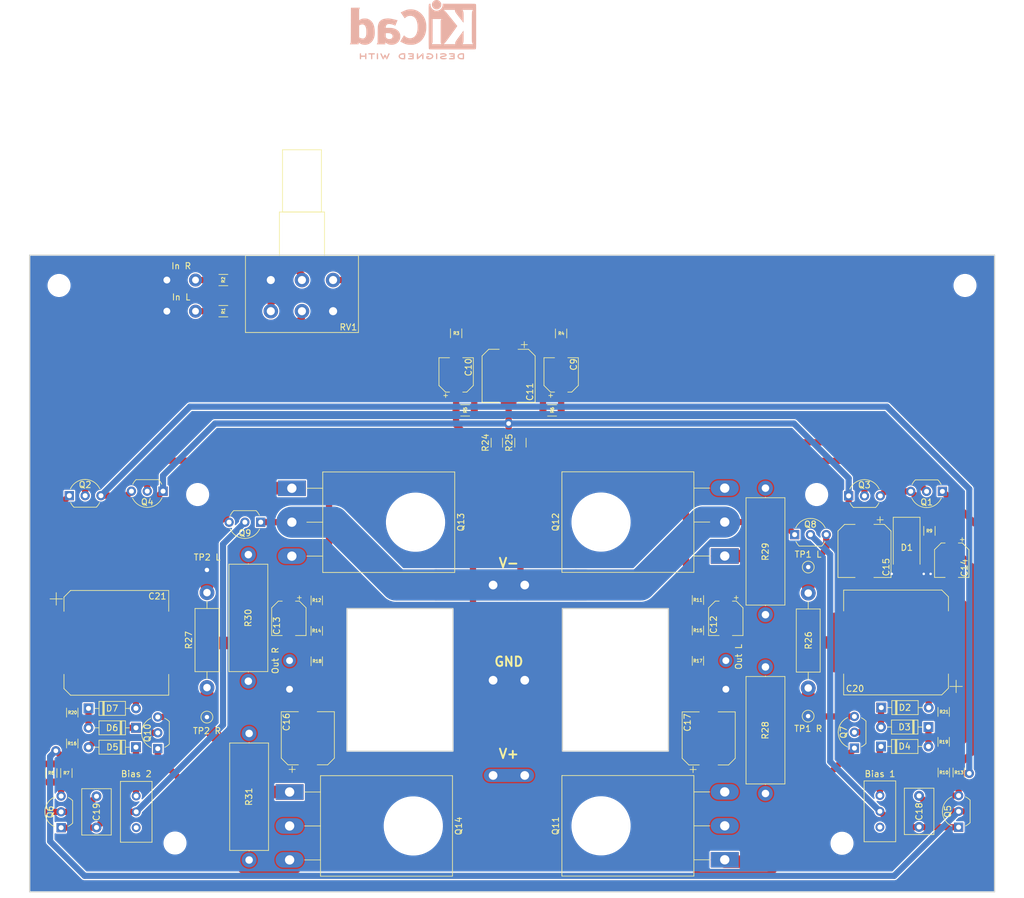
<source format=kicad_pcb>
(kicad_pcb (version 20211014) (generator pcbnew)
  (layers (0 "F.Cu" signal) (31 "B.Cu" signal) (34 "B.Paste" user) (35 "F.Paste" user) (36 "B.SilkS" user "B.Silkscreen") (37 "F.SilkS" user "F.Silkscreen") (38 "B.Mask" user) (39 "F.Mask" user) (44 "Edge.Cuts" user))
  (net 0 "")
  (net 1 "+24V")
  (net 2 "GND")
  (net 3 "-24V")
  (net 4 "Net-(J3-Pad2)")
  (net 5 "Net-(J4-Pad2)")
  (net 6 "Net-(R1-Pad2)")
  (net 7 "Net-(R2-Pad2)")
  (net 8 "Net-(R3-Pad1)")
  (net 9 "In L")
  (net 10 "Net-(R4-Pad1)")
  (net 11 "In R")
  (net 12 "Net-(C9-Pad1)")
  (net 13 "Net-(C10-Pad1)")
  (net 14 "Net-(C11-Pad1)")
  (net 15 "Net-(C11-Pad2)")
  (net 16 "Net-(C12-Pad1)")
  (net 17 "Out L")
  (net 18 "Net-(C13-Pad1)")
  (net 19 "Out R")
  (net 20 "Net-(C14-Pad1)")
  (net 21 "Net-(C16-Pad1)")
  (net 22 "Net-(C17-Pad1)")
  (net 23 "Net-(C18-Pad1)")
  (net 24 "Net-(C18-Pad2)")
  (net 25 "Net-(C19-Pad1)")
  (net 26 "Net-(C19-Pad2)")
  (net 27 "Net-(C20-Pad1)")
  (net 28 "Net-(C21-Pad1)")
  (net 29 "Net-(D2-Pad1)")
  (net 30 "Net-(D2-Pad2)")
  (net 31 "Net-(D3-Pad1)")
  (net 32 "Net-(D4-Pad1)")
  (net 33 "Net-(D5-Pad1)")
  (net 34 "Net-(D5-Pad2)")
  (net 35 "Net-(D6-Pad2)")
  (net 36 "Net-(D7-Pad2)")
  (net 37 "Net-(Q1-Pad3)")
  (net 38 "Net-(Q2-Pad3)")
  (net 39 "Net-(Q3-Pad2)")
  (net 40 "Net-(Q4-Pad2)")
  (net 41 "Net-(Q11-Pad1)")
  (net 42 "Net-(Q12-Pad1)")
  (net 43 "Net-(Q13-Pad1)")
  (net 44 "Net-(Q10-Pad3)")
  (net 45 "Net-(Q11-Pad3)")
  (net 46 "Net-(Q12-Pad3)")
  (net 47 "Net-(Q13-Pad3)")
  (net 48 "Net-(Q14-Pad3)")
  (footprint "Resistor_SMD:R_1206_3216Metric" (layer "F.Cu") (at 276.41 138.320979 90)
    (fp_text reference "R9")
    (fp_text value "15K")
  )
  (footprint "Diode_THT:D_DO-35_SOD27_P7.62mm_Horizontal" (layer "F.Cu") (at 141.38845 166.820261)
    (fp_text reference "D7")
    (fp_text value "1N4149")
  )
  (footprint "Connector_Wire:SolderWire-0.5sqmm_1x02_P4.6mm_D0.9mm_OD2.1mm" (layer "F.Cu") (at 153.969511 98.049511)
    (fp_text reference "In R")
    (fp_text value "In R")
  )
  (footprint "Capacitor_SMD:CP_Elec_8x10" (layer "F.Cu") (at 265.98 141.540979 -90)
    (fp_text reference "C15")
    (fp_text value "220uF/35V")
  )
  (footprint "Resistor_THT:R_Axial_DIN0411_L9.9mm_D3.6mm_P15.24mm_Horizontal" (layer "F.Cu") (at 160.41 163.48 90)
    (fp_text reference "R27")
    (fp_text value "470 3W")
  )
  (footprint "Capacitor_THT:C_Rect_L7.2mm_W4.5mm_P5.00mm_FKS2_FKP2_MKS2_MKP2" (layer "F.Cu") (at 274.75 180.860979 -90)
    (fp_text reference "C18")
    (fp_text value "47pF")
  )
  (footprint "TestPoint:TestPoint_THTPad_D1.5mm_Drill0.7mm" (layer "F.Cu") (at 160.4 168.222917 -90)
    (fp_text reference "TP2 R")
    (fp_text value "TestPoint_THTPad_D1.5mm_Drill0.7mm")
  )
  (footprint "Capacitor_SMD:CP_Elec_5x5.3" (layer "F.Cu") (at 243.71 152.367481 -90)
    (fp_text reference "C12")
    (fp_text value "10uF/35V")
  )
  (footprint "Resistor_SMD:R_1206_3216Metric" (layer "F.Cu") (at 278.69 167.390979 -90)
    (fp_text reference "R21")
    (fp_text value "2.7K")
  )
  (footprint "Custom Library:Spade Conector 6.3mm TE_1217861" (layer "F.Cu") (at 208.89 177.59)
    (fp_text reference "REF**" hide)
    (fp_text value "Spade Conector 6.3mm TE_1217861" hide)
  )
  (footprint "Resistor_THT:R_Axial_DIN0617_L17.0mm_D6.0mm_P20.32mm_Horizontal" (layer "F.Cu") (at 250.08 180.490979 90)
    (fp_text reference "R28")
    (fp_text value "0.47 3W")
  )
  (footprint "Resistor_SMD:R_1206_3216Metric" (layer "F.Cu") (at 200.414394 106.603333 -90)
    (fp_text reference "R3")
    (fp_text value "1K")
  )
  (footprint "Capacitor_SMD:CP_Elec_5x5.3" (layer "F.Cu") (at 279.99 143.030979 -90)
    (fp_text reference "C14")
    (fp_text value "10uF/35V")
  )
  (footprint "Resistor_SMD:R_1206_3216Metric" (layer "F.Cu") (at 239.24 149.425676 -90)
    (fp_text reference "R11")
    (fp_text value "82K")
  )
  (footprint "Capacitor_SMD:CP_Elec_5x5.3" (layer "F.Cu") (at 173.56 152.37 -90)
    (fp_text reference "C13")
    (fp_text value "10uF/35V")
  )
  (footprint "Connector_Wire:SolderWire-0.5sqmm_1x02_P4.6mm_D0.9mm_OD2.1mm" (layer "F.Cu") (at 173.666989 163.75 90)
    (fp_text reference "Out R")
    (fp_text value "Out R")
  )
  (footprint "MountingHole:MountingHole_3.2mm_M3" (layer "F.Cu") (at 158.91163 132.489555)
    (fp_text reference "REF**" hide)
    (fp_text value "MountingHole_3.2mm_M3")
  )
  (footprint "Package_TO_SOT_THT:TO-92_Inline_Wide" (layer "F.Cu") (at 136.992351 185.980261 90)
    (fp_text reference "Q6")
    (fp_text value "BC546")
  )
  (footprint "Potentiometer_THT:Potentiometer_Bourns_3296W_Vertical" (layer "F.Cu") (at 149.045513 180.890261 90)
    (fp_text reference "Bias 2")
    (fp_text value "1508")
  )
  (footprint "Capacitor_SMD:CP_Elec_16x17.5" (layer "F.Cu") (at 271.0475 156.240979 180)
    (fp_text reference "C20")
    (fp_text value "47uF/25v")
  )
  (footprint "Resistor_THT:R_Axial_DIN0617_L17.0mm_D6.0mm_P20.32mm_Horizontal" (layer "F.Cu") (at 167.054501 162.458066 90)
    (fp_text reference "R30")
    (fp_text value "0.47 3W")
  )
  (footprint "Resistor_SMD:R_1206_3216Metric" (layer "F.Cu") (at 178.037095 149.489654 90)
    (fp_text reference "R12")
    (fp_text value "82K")
  )
  (footprint "Capacitor_SMD:CP_Elec_5x5.3" (layer "F.Cu") (at 217.276666 113.283333 90)
    (fp_text reference "C9")
    (fp_text value "10uF/35V")
  )
  (footprint "Package_TO_SOT_THT:TO-247-3_Horizontal_TabDown" (layer "F.Cu") (at 243.542781 191.130979 90)
    (fp_text reference "Q11")
    (fp_text value "TIP35")
  )
  (footprint "Package_TO_SOT_THT:TO-92_Inline_Wide" (layer "F.Cu") (at 153.35862 131.95026 180)
    (fp_text reference "Q4")
    (fp_text value "BC556")
  )
  (footprint "Diode_THT:D_DO-35_SOD27_P7.62mm_Horizontal" (layer "F.Cu") (at 276.25 169.820979 180)
    (fp_text reference "D3")
    (fp_text value "1N4149")
  )
  (footprint "TestPoint:TestPoint_THTPad_D1.5mm_Drill0.7mm" (layer "F.Cu") (at 256.93 168.065516 -90)
    (fp_text reference "TP1 R")
    (fp_text value "TestPoint_THTPad_D1.5mm_Drill0.7mm")
  )
  (footprint "Resistor_SMD:R_1206_3216Metric" (layer "F.Cu") (at 210.740833 124.16 90)
    (fp_text reference "R25")
    (fp_text value "82 3W")
  )
  (footprint "Package_TO_SOT_THT:TO-92_Inline_Wide" (layer "F.Cu") (at 264.3625 173.200979 90)
    (fp_text reference "Q7")
    (fp_text value "BC546")
  )
  (footprint "Diode_THT:D_DO-35_SOD27_P7.62mm_Horizontal" (layer "F.Cu") (at 149.00845 173.060261 180)
    (fp_text reference "D5")
    (fp_text value "1N4149")
  )
  (footprint "Package_TO_SOT_THT:TO-92_Inline_Wide" (layer "F.Cu") (at 254.765381 138.922253)
    (fp_text reference "Q8")
    (fp_text value "BC556")
  )
  (footprint "Potentiometer_THT:Potentiometer_Alps_RK163_Dual_Horizontal" (layer "F.Cu") (at 180.659511 98.049511 90)
    (fp_text reference "RV1")
    (fp_text value "log 10K")
  )
  (footprint "Resistor_SMD:R_1206_3216Metric" (layer "F.Cu") (at 278.715 177.120979 90)
    (fp_text reference "R10")
    (fp_text value "15K")
  )
  (footprint "Resistor_SMD:R_1206_3216Metric" (layer "F.Cu") (at 163.039511 103.049511)
    (fp_text reference "R1")
    (fp_text value "3.3K")
  )
  (footprint "Resistor_SMD:R_1206_3216Metric" (layer "F.Cu") (at 217.266666 106.623333 -90)
    (fp_text reference "R4")
    (fp_text value "1K")
  )
  (footprint "Resistor_SMD:R_1206_3216Metric" (layer "F.Cu") (at 138.77845 167.500261 -90)
    (fp_text reference "R20")
    (fp_text value "2.7K")
  )
  (footprint "Connector_Wire:SolderWire-0.5sqmm_1x02_P4.6mm_D0.9mm_OD2.1mm" (layer "F.Cu") (at 153.969511 103.049511)
    (fp_text reference "In L")
    (fp_text value "In L")
  )
  (footprint "Capacitor_THT:C_Rect_L7.2mm_W4.5mm_P5.00mm_FKS2_FKP2_MKS2_MKP2" (layer "F.Cu") (at 142.673932 180.940261 -90)
    (fp_text reference "C19")
    (fp_text value "47pF")
  )
  (footprint "Diode_THT:D_DO-35_SOD27_P7.62mm_Horizontal" (layer "F.Cu") (at 268.6725 166.700979)
    (fp_text reference "D2")
    (fp_text value "1N4149")
  )
  (footprint "Resistor_SMD:R_1206_3216Metric" (layer "F.Cu") (at 215.816666 118.973333)
    (fp_text reference "R6")
    (fp_text value "56K")
  )
  (footprint "Resistor_THT:R_Axial_DIN0411_L9.9mm_D3.6mm_P15.24mm_Horizontal" (layer "F.Cu") (at 256.95 163.55 90)
    (fp_text reference "R26")
    (fp_text value "470 3W")
  )
  (footprint "Package_TO_SOT_THT:TO-247-3_Horizontal_TabDown" (layer "F.Cu") (at 174.037095 131.479033 -90)
    (fp_text reference "Q13")
    (fp_text value "TIP42")
  )
  (footprint "Capacitor_SMD:CP_Elec_5x5.3" (layer "F.Cu") (at 200.415001 113.283333 90)
    (fp_text reference "C10")
    (fp_text value "10uF/35V")
  )
  (footprint "Diode_THT:D_DO-35_SOD27_P7.62mm_Horizontal" (layer "F.Cu") (at 268.63 172.940979)
    (fp_text reference "D4")
    (fp_text value "1N4149")
  )
  (footprint "Package_TO_SOT_THT:TO-92_Inline_Wide" (layer "F.Cu") (at 138.308721 132.67026)
    (fp_text reference "Q2")
    (fp_text value "BC556")
  )
  (footprint "Resistor_SMD:R_1206_3216Metric" (layer "F.Cu") (at 138.77845 172.460261 90)
    (fp_text reference "R16")
    (fp_text value "2.2K")
  )
  (footprint "Custom Library:Spade Conector 6.3mm TE_1217861" (layer "F.Cu") (at 208.89 147.02)
    (fp_text reference "REF**" hide)
    (fp_text value "Spade Conector 6.3mm TE_1217861" hide)
  )
  (footprint "Resistor_SMD:R_1206_3216Metric" (layer "F.Cu") (at 178.037095 159.260261 -90)
    (fp_text reference "R18")
    (fp_text value "56K")
  )
  (footprint "Resistor_SMD:R_1206_3216Metric" (layer "F.Cu") (at 281.115 177.120979 -90)
    (fp_text reference "R13")
    (fp_text value "1.5K")
  )
  (footprint "Resistor_SMD:R_1206_3216Metric" (layer "F.Cu") (at 135.407095 177.200261 90)
    (fp_text reference "R8")
    (fp_text value "1.5K")
  )
  (footprint "Resistor_THT:R_Axial_DIN0617_L17.0mm_D6.0mm_P20.32mm_Horizontal" (layer "F.Cu") (at 167.177095 191.168066 90)
    (fp_text reference "R31")
    (fp_text value "0.47 3W")
  )
  (footprint "MountingHole:MountingHole_3.2mm_M3" (layer "F.Cu") (at 136.66 98.92)
    (fp_text reference "REF**" hide)
    (fp_text value "MountingHole_3.2mm_M3")
  )
  (footprint "Package_TO_SOT_THT:TO-247-3_Horizontal_TabDown" (layer "F.Cu") (at 173.677095 180.25 -90)
    (fp_text reference "Q14")
    (fp_text value "TIP35")
  )
  (footprint "Potentiometer_THT:Potentiometer_Bourns_3296W_Vertical" (layer "F.Cu") (at 268.455 180.810979 90)
    (fp_text reference "Bias 1")
    (fp_text value "1508")
  )
  (footprint "Resistor_SMD:R_1206_3216Metric" (layer "F.Cu") (at 206.950833 124.16 90)
    (fp_text reference "R24")
    (fp_text value "82 3W")
  )
  (footprint "Custom Library:Spade Conector 6.3mm TE_1217861" (layer "F.Cu") (at 208.89 162.305)
    (fp_text reference "REF**" hide)
    (fp_text value "Spade Conector 6.3mm TE_1217861" hide)
  )
  (footprint "Capacitor_SMD:CP_Elec_16x17.5" (layer "F.Cu") (at 145.858337 156.300261)
    (fp_text reference "C21")
    (fp_text value "47uF/25v")
  )
  (footprint "" (layer "F.Cu") (at 160.4 144.598461 90)
    (fp_text reference "")
    (fp_text value "")
  )
  (footprint "Package_TO_SOT_THT:TO-247-3_Horizontal_TabDown" (layer "F.Cu") (at 243.542781 142.359045 90)
    (fp_text reference "Q12")
    (fp_text value "TIP42")
  )
  (footprint "Connector_Wire:SolderWire-0.5sqmm_1x02_P4.6mm_D0.9mm_OD2.1mm" (layer "F.Cu") (at 243.722781 163.749045 90)
    (fp_text reference "Out L")
    (fp_text value "Out L")
  )
  (footprint "Capacitor_SMD:CP_Elec_8x10" (layer "F.Cu") (at 208.845833 113.425833 -90)
    (fp_text reference "C11")
    (fp_text value "220uF/35V")
  )
  (footprint "Resistor_SMD:R_1206_3216Metric" (layer "F.Cu") (at 239.24 154.310979 -90)
    (fp_text reference "R15")
    (fp_text value "5.6K")
  )
  (footprint "Resistor_SMD:R_1206_3216Metric" (layer "F.Cu") (at 137.837635 177.200261 -90)
    (fp_text reference "R7")
    (fp_text value "1.5K")
  )
  (footprint "Package_TO_SOT_THT:TO-92_Inline_Wide" (layer "F.Cu") (at 281.095 185.900979 90)
    (fp_text reference "Q5")
    (fp_text value "BC546")
  )
  (footprint "Resistor_SMD:R_1206_3216Metric" (layer "F.Cu") (at 178.037095 154.374957 -90)
    (fp_text reference "R14")
    (fp_text value "5.6K")
  )
  (footprint "Package_TO_SOT_THT:TO-92_Inline_Wide" (layer "F.Cu") (at 152.513034 173.286557 90)
    (fp_text reference "Q10")
    (fp_text value "BC546")
  )
  (footprint "Diode_SMD:D_SMA-SMB_Universal_Handsoldering" (layer "F.Cu") (at 272.75 140.990979 -90)
    (fp_text reference "D1")
    (fp_text value "15V")
  )
  (footprint "Capacitor_SMD:CP_Elec_8x10" (layer "F.Cu") (at 240.97 171.640979 90)
    (fp_text reference "C17")
    (fp_text value "100uF/35V")
  )
  (footprint "Diode_THT:D_DO-35_SOD27_P7.62mm_Horizontal" (layer "F.Cu") (at 149.00845 169.940261 180)
    (fp_text reference "D6")
    (fp_text value "1N4149")
  )
  (footprint "TestPoint:TestPoint_THTPad_D1.5mm_Drill0.7mm" (layer "F.Cu") (at 256.95 144.130576 90)
    (fp_text reference "TP1 L")
    (fp_text value "TestPoint_THTPad_D1.5mm_Drill0.7mm")
  )
  (footprint "Resistor_SMD:R_1206_3216Metric" (layer "F.Cu") (at 163.039511 98.049511)
    (fp_text reference "R2")
    (fp_text value "3.3K")
  )
  (footprint "Package_TO_SOT_THT:TO-92_Inline_Wide" (layer "F.Cu") (at 169.04 136.929033 180)
    (fp_text reference "Q9")
    (fp_text value "BC556")
  )
  (footprint "MountingHole:MountingHole_3.2mm_M3" (layer "F.Cu") (at 262.37 188.482985)
    (fp_text reference "REF**" hide)
    (fp_text value "MountingHole_3.2mm_M3")
  )
  (footprint "MountingHole:MountingHole_3.2mm_M3" (layer "F.Cu") (at 282.12 98.92)
    (fp_text reference "REF**" hide)
    (fp_text value "MountingHole_3.2mm_M3")
  )
  (footprint "Resistor_SMD:R_1206_3216Metric" (layer "F.Cu") (at 239.24 159.196283 -90)
    (fp_text reference "R17")
    (fp_text value "56K")
  )
  (footprint "Resistor_SMD:R_1206_3216Metric" (layer "F.Cu") (at 201.864394 118.973333)
    (fp_text reference "R5")
    (fp_text value "56K")
  )
  (footprint "Resistor_SMD:R_1206_3216Metric" (layer "F.Cu") (at 278.69 172.198479 -90)
    (fp_text reference "R19")
    (fp_text value "2.2K")
  )
  (footprint "Capacitor_SMD:CP_Elec_8x10" (layer "F.Cu") (at 176.6 171.62 90)
    (fp_text reference "C16")
    (fp_text value "100uF/35V")
  )
  (footprint "Resistor_THT:R_Axial_DIN0617_L17.0mm_D6.0mm_P20.32mm_Horizontal" (layer "F.Cu") (at 250.08 151.780979 90)
    (fp_text reference "R29")
    (fp_text value "0.47 3W")
  )
  (footprint "Package_TO_SOT_THT:TO-92_Inline_Wide" (layer "F.Cu") (at 263.44 132.700979)
    (fp_text reference "Q3")
    (fp_text value "BC556")
  )
  (footprint "MountingHole:MountingHole_3.2mm_M3" (layer "F.Cu") (at 258.3 132.489555)
    (fp_text reference "REF**" hide)
    (fp_text value "MountingHole_3.2mm_M3")
  )
  (footprint "MountingHole:MountingHole_3.2mm_M3" (layer "F.Cu") (at 155.278401 188.44)
    (fp_text reference "REF**" hide)
    (fp_text value "MountingHole_3.2mm_M3")
  )
  (footprint "Package_TO_SOT_THT:TO-92_Inline_Wide" (layer "F.Cu") (at 278.489899 131.980979 180)
    (fp_text reference "Q1")
    (fp_text value "BC556")
  )
  (footprint "Symbol:KiCad-Logo2_8mm_SilkScreen" (layer "B.Cu") (at 193.499893 57.026424 180)
    (fp_text reference "REF**" hide)
    (fp_text value "KiCad-Logo2_8mm_SilkScreen" hide)
  )
  (gr_rect (start 182.89 150.79) (end 199.91 173.69) (layer "Edge.Cuts") (width 0.2) (fill none))
  (gr_rect (start 217.48 150.79) (end 234.5 173.69) (layer "Edge.Cuts") (width 0.2) (fill none))
  (gr_rect (start 131.946875 196.28) (end 286.866875 94.05) (layer "Edge.Cuts") (width 0.2) (fill none))
  (gr_text "TP2 L" (at 160.44 142.565491) (layer "F.SilkS") (effects (font (size 1 1))))
  (gr_text "V+\n" (at 208.8725 174.11) (layer "F.SilkS") (effects (font (size 1.5 1.5) (thickness 0.3))))
  (gr_text "GND\n" (at 208.8725 159.32) (layer "F.SilkS") (effects (font (size 1.5 1.5) (thickness 0.3))))
  (gr_text "V-\n" (at 208.8725 143.47) (layer "F.SilkS") (effects (font (size 1.5 1.5) (thickness 0.3))))
  (segment (start 231.04 177.46) (end 239.260979 185.680979) (width 5) (layer "F.Cu") (net 1))
  (segment (start 264.3625 173.200979) (end 264.3625 173.3075) (width 1) (layer "F.Cu") (net 1))
  (segment (start 250.65 193.53) (end 239.32 193.53) (width 1) (layer "F.Cu") (net 1))
  (segment (start 260.15 177.52) (end 260.15 184.03) (width 1) (layer "F.Cu") (net 1))
  (segment (start 238.99 185.951958) (end 239.260979 185.680979) (width 1) (layer "F.Cu") (net 1))
  (segment (start 206.950833 125.6225) (end 203.7675 125.6225) (width 1) (layer "F.Cu") (net 1))
  (segment (start 203.7675 125.6225) (end 203.12 126.27) (width 1) (layer "F.Cu") (net 1))
  (segment (start 238.99 193.2) (end 238.99 185.951958) (width 1) (layer "F.Cu") (net 1))
  (segment (start 239.260979 185.680979) (end 243.542781 185.680979) (width 5) (layer "F.Cu") (net 1))
  (segment (start 152.513034 173.286557) (end 152.513034 174.633034) (width 1) (layer "F.Cu") (net 1))
  (segment (start 203.12 177.14) (end 202.8 177.46) (width 1) (layer "F.Cu") (net 1))
  (segment (start 260.15 184.03) (end 250.65 193.53) (width 1) (layer "F.Cu") (net 1))
  (segment (start 203.12 126.27) (end 203.12 177.14) (width 1) (layer "F.Cu") (net 1))
  (segment (start 152.513034 174.633034) (end 163.58 185.7) (width 1) (layer "F.Cu") (net 1))
  (segment (start 206.950833 177.059167) (end 206.55 177.46) (width 1) (layer "F.Cu") (net 1))
  (segment (start 186.83 177.46) (end 202.8 177.46) (width 5) (layer "F.Cu") (net 1))
  (segment (start 202.8 177.46) (end 206.55 177.46) (width 5) (layer "F.Cu") (net 1))
  (segment (start 206.55 177.46) (end 231.04 177.46) (width 5) (layer "F.Cu") (net 1))
  (segment (start 178.59 185.7) (end 186.83 177.46) (width 5) (layer "F.Cu") (net 1))
  (segment (start 239.32 193.53) (end 238.99 193.2) (width 1) (layer "F.Cu") (net 1))
  (segment (start 163.58 185.7) (end 173.677095 185.7) (width 1) (layer "F.Cu") (net 1))
  (segment (start 173.677095 185.7) (end 178.59 185.7) (width 5) (layer "F.Cu") (net 1))
  (segment (start 264.3625 173.3075) (end 260.15 177.52) (width 1) (layer "F.Cu") (net 1))
  (segment (start 240.97 168.390979) (end 240.97 166.501826) (width 2) (layer "F.Cu") (net 2))
  (segment (start 270.359021 145.230979) (end 266.42 145.230979) (width 1) (layer "F.Cu") (net 2))
  (segment (start 276.599021 145.230979) (end 276.44617 145.230979) (width 1) (layer "F.Cu") (net 2))
  (segment (start 276.44617 145.230979) (end 275.49617 145.230979) (width 1) (layer "F.Cu") (net 2))
  (segment (start 275.49617 145.230979) (end 270.359021 145.230979) (width 1) (layer "F.Cu") (net 2))
  (segment (start 240.97 166.501826) (end 243.722781 163.749045) (width 2) (layer "F.Cu") (net 2))
  (segment (start 279.99 145.230979) (end 276.599021 145.230979) (width 1) (layer "F.Cu") (net 2))
  (segment (start 176.6 168.37) (end 176.6 166.683011) (width 2) (layer "F.Cu") (net 2))
  (segment (start 176.6 166.683011) (end 173.666989 163.75) (width 2) (layer "F.Cu") (net 2))
  (via (at 270.359021 145.230979) (size 0.8) (drill 0.4) (layers "F.Cu" "B.Cu") (net 2))
  (via (at 275.49617 145.230979) (size 0.8) (drill 0.4) (layers "F.Cu" "B.Cu") (net 2))
  (via (at 276.599021 145.230979) (size 0.8) (drill 0.4) (layers "F.Cu" "B.Cu") (net 2))
  (segment (start 210.740833 146.340833) (end 211.42 147.02) (width 1) (layer "F.Cu") (net 3))
  (segment (start 210.740833 125.6225) (end 210.740833 146.340833) (width 1) (layer "F.Cu") (net 3))
  (segment (start 169.04 136.929033) (end 174.037095 136.929033) (width 1) (layer "F.Cu") (net 3))
  (segment (start 252.752173 136.909045) (end 254.765381 138.922253) (width 1) (layer "F.Cu") (net 3))
  (segment (start 243.542781 136.909045) (end 252.752173 136.909045) (width 1) (layer "F.Cu") (net 3))
  (segment (start 210.21 147.01) (end 219.64 147.01) (width 5) (layer "B.Cu") (net 3))
  (segment (start 180.720967 136.929033) (end 174.037095 136.929033) (width 5) (layer "B.Cu") (net 3))
  (segment (start 219.64 147.01) (end 221.31 147.01) (width 5) (layer "B.Cu") (net 3))
  (segment (start 229.992804 147.01) (end 240.093759 136.909045) (width 5) (layer "B.Cu") (net 3))
  (segment (start 197.13 147.01) (end 229.992804 147.01) (width 5) (layer "B.Cu") (net 3))
  (segment (start 197.13 147.01) (end 210.21 147.01) (width 5) (layer "B.Cu") (net 3))
  (segment (start 190.801934 147.01) (end 197.13 147.01) (width 5) (layer "B.Cu") (net 3))
  (segment (start 210.910479 147.710479) (end 210.21 147.01) (width 1) (layer "B.Cu") (net 3))
  (segment (start 240.093759 136.909045) (end 243.542781 136.909045) (width 5) (layer "B.Cu") (net 3))
  (segment (start 218.350479 148.299521) (end 219.64 147.01) (width 1) (layer "B.Cu") (net 3))
  (segment (start 180.720967 136.929033) (end 190.801934 147.01) (width 5) (layer "B.Cu") (net 3))
  (segment (start 158.569511 103.049511) (end 161.577011 103.049511) (width 1) (layer "F.Cu") (net 4))
  (segment (start 158.569511 98.049511) (end 161.577011 98.049511) (width 1) (layer "F.Cu") (net 5))
  (segment (start 164.502011 104.462011) (end 164.502011 103.049511) (width 1) (layer "F.Cu") (net 6))
  (segment (start 164.959022 104.919022) (end 164.502011 104.462011) (width 1) (layer "F.Cu") (net 6))
  (segment (start 175.659511 104.089511) (end 174.83 104.919022) (width 1) (layer "F.Cu") (net 6))
  (segment (start 175.659511 103.049511) (end 175.659511 104.089511) (width 1) (layer "F.Cu") (net 6))
  (segment (start 174.83 104.919022) (end 164.959022 104.919022) (width 1) (layer "F.Cu") (net 6))
  (segment (start 165.149022 96.18) (end 164.502011 96.827011) (width 1) (layer "F.Cu") (net 7))
  (segment (start 174.64 96.18) (end 165.149022 96.18) (width 1) (layer "F.Cu") (net 7))
  (segment (start 175.659511 97.199511) (end 174.64 96.18) (width 1) (layer "F.Cu") (net 7))
  (segment (start 175.659511 98.049511) (end 175.659511 97.199511) (width 1) (layer "F.Cu") (net 7))
  (segment (start 164.502011 96.827011) (end 164.502011 98.049511) (width 1) (layer "F.Cu") (net 7))
  (segment (start 197.86 102.62) (end 196.42 101.18) (width 1) (layer "F.Cu") (net 8))
  (segment (start 200.380833 105.140833) (end 197.86 102.62) (width 1) (layer "F.Cu") (net 8))
  (segment (start 200.414394 105.140833) (end 200.380833 105.140833) (width 1) (layer "F.Cu") (net 8))
  (segment (start 195.62 100.38) (end 172.089022 100.38) (width 1) (layer "F.Cu") (net 8))
  (segment (start 170.659511 101.809511) (end 171.289022 101.18) (width 1) (layer "F.Cu") (net 8))
  (segment (start 170.659511 103.049511) (end 170.659511 101.809511) (width 1) (layer "F.Cu") (net 8))
  (segment (start 172.089022 100.38) (end 170.659511 101.809511) (width 1) (layer "F.Cu") (net 8))
  (segment (start 197.86 102.62) (end 195.62 100.38) (width 1) (layer "F.Cu") (net 8))
  (segment (start 200.415001 108.06644) (end 200.414394 108.065833) (width 1) (layer "F.Cu") (net 9))
  (segment (start 200.415001 111.083333) (end 200.415001 108.06644) (width 1) (layer "F.Cu") (net 9))
  (segment (start 187.061437 98.049511) (end 187.080604 98.068678) (width 1) (layer "F.Cu") (net 10))
  (segment (start 187.061437 98.049511) (end 210.200489 98.049511) (width 1) (layer "F.Cu") (net 10))
  (segment (start 180.659511 98.049511) (end 187.061437 98.049511) (width 1) (layer "F.Cu") (net 10))
  (segment (start 217.266666 105.115688) (end 210.200489 98.049511) (width 1) (layer "F.Cu") (net 10))
  (segment (start 217.266666 105.160833) (end 217.266666 105.115688) (width 1) (layer "F.Cu") (net 10))
  (segment (start 217.276666 108.095833) (end 217.266666 108.085833) (width 1) (layer "F.Cu") (net 11))
  (segment (start 217.276666 111.083333) (end 217.276666 108.095833) (width 1) (layer "F.Cu") (net 11))
  (segment (start 211.25 106.56) (end 214.915 110.225) (width 1) (layer "F.Cu") (net 12))
  (segment (start 217.276666 118.970833) (end 217.279166 118.973333) (width 1) (layer "F.Cu") (net 12))
  (segment (start 162.35 106.56) (end 211.25 106.56) (width 1) (layer "F.Cu") (net 12))
  (segment (start 214.915 110.225) (end 214.915 113.365) (width 1) (layer "F.Cu") (net 12))
  (segment (start 217.033333 115.483333) (end 217.276666 115.483333) (width 1) (layer "F.Cu") (net 12))
  (segment (start 217.276666 115.483333) (end 217.276666 118.970833) (width 1) (layer "F.Cu") (net 12))
  (segment (start 214.915 113.365) (end 217.033333 115.483333) (width 1) (layer "F.Cu") (net 12))
  (segment (start 140.848721 128.061279) (end 162.35 106.56) (width 1) (layer "F.Cu") (net 12))
  (segment (start 140.848721 132.67026) (end 140.848721 128.061279) (width 1) (layer "F.Cu") (net 12))
  (segment (start 203.2 124.1) (end 200.401894 121.301894) (width 1) (layer "F.Cu") (net 13))
  (segment (start 200.415001 115.035001) (end 200.415001 115.483333) (width 1) (layer "F.Cu") (net 13))
  (segment (start 200.415001 115.483333) (end 200.415001 118.960226) (width 1) (layer "F.Cu") (net 13))
  (segment (start 200.401894 121.301894) (end 200.401894 118.973333) (width 1) (layer "F.Cu") (net 13))
  (segment (start 268.06892 124.1) (end 203.2 124.1) (width 1) (layer "F.Cu") (net 13))
  (segment (start 200.415001 118.960226) (end 200.401894 118.973333) (width 1) (layer "F.Cu") (net 13))
  (segment (start 275.949899 131.980979) (end 268.06892 124.1) (width 1) (layer "F.Cu") (net 13))
  (segment (start 203.326894 118.973333) (end 203.326894 115.694772) (width 1) (layer "F.Cu") (net 14))
  (segment (start 214.354166 115.684166) (end 208.845833 110.175833) (width 1) (layer "F.Cu") (net 14))
  (segment (start 214.354166 118.973333) (end 214.354166 115.684166) (width 1) (layer "F.Cu") (net 14))
  (segment (start 203.326894 115.694772) (end 208.845833 110.175833) (width 1) (layer "F.Cu") (net 14))
  (segment (start 136.992351 179.155517) (end 136.499595 178.662761) (width 1) (layer "F.Cu") (net 15))
  (segment (start 278.27 173.660979) (end 278.69 173.660979) (width 1) (layer "F.Cu") (net 15))
  (segment (start 134.707095 140.310261) (end 134.707095 169.851406) (width 1) (layer "F.Cu") (net 15))
  (segment (start 208.5325 122.6975) (end 206.950833 122.6975) (width 1) (layer "F.Cu") (net 15))
  (segment (start 208.845833 121.084167) (end 208.845833 122.384167) (width 1) (layer "F.Cu") (net 15))
  (segment (start 263.630979 138.290979) (end 263.44 138.1) (width 1) (layer "F.Cu") (net 15))
  (segment (start 210.740833 122.6975) (end 208.5325 122.6975) (width 1) (layer "F.Cu") (net 15))
  (segment (start 134.707095 169.851406) (end 139.412155 174.556466) (width 1) (layer "F.Cu") (net 15))
  (segment (start 139.412155 178.075201) (end 139.412155 174.556466) (width 1) (layer "F.Cu") (net 15))
  (segment (start 136.827095 138.190261) (end 134.707095 140.310261) (width 1) (layer "F.Cu") (net 15))
  (segment (start 153.35862 131.95026) (end 147.118619 138.190261) (width 1) (layer "F.Cu") (net 15))
  (segment (start 277.71 180.820979) (end 276.54 179.650979) (width 1) (layer "F.Cu") (net 15))
  (segment (start 282.35 150.440979) (end 282.35 171.520979) (width 1) (layer "F.Cu") (net 15))
  (segment (start 135.407095 178.662761) (end 136.499595 178.662761) (width 1) (layer "F.Cu") (net 15))
  (segment (start 281.095 180.820979) (end 281.095 178.753479) (width 1) (layer "F.Cu") (net 15))
  (segment (start 281.095 180.820979) (end 277.71 180.820979) (width 1) (layer "F.Cu") (net 15))
  (segment (start 208.845833 116.675833) (end 208.845833 121.084167) (width 1) (layer "F.Cu") (net 15))
  (segment (start 137.837635 178.662761) (end 138.824595 178.662761) (width 1) (layer "F.Cu") (net 15))
  (segment (start 136.992351 180.900261) (end 136.992351 179.155517) (width 1) (layer "F.Cu") (net 15))
  (segment (start 282.35 171.520979) (end 280.21 173.660979) (width 1) (layer "F.Cu") (net 15))
  (segment (start 276.54 175.390979) (end 278.27 173.660979) (width 1) (layer "F.Cu") (net 15))
  (segment (start 263.44 132.700979) (end 263.44 138.1) (width 1) (layer "F.Cu") (net 15))
  (segment (start 136.499595 178.662761) (end 137.837635 178.662761) (width 1) (layer "F.Cu") (net 15))
  (segment (start 263.44 147.290978) (end 264.749511 148.600489) (width 1) (layer "F.Cu") (net 15))
  (segment (start 265.98 138.290979) (end 263.630979 138.290979) (width 1) (layer "F.Cu") (net 15))
  (segment (start 208.845833 122.384167) (end 208.5325 122.6975) (width 1) (layer "F.Cu") (net 15))
  (segment (start 280.21 173.660979) (end 278.69 173.660979) (width 1) (layer "F.Cu") (net 15))
  (segment (start 276.54 179.650979) (end 276.54 175.390979) (width 1) (layer "F.Cu") (net 15))
  (segment (start 263.44 138.1) (end 263.44 147.290978) (width 1) (layer "F.Cu") (net 15))
  (segment (start 281.32 149.410979) (end 282.35 150.440979) (width 1) (layer "F.Cu") (net 15))
  (segment (start 264.749511 148.600489) (end 265.56 149.410979) (width 1) (layer "F.Cu") (net 15))
  (segment (start 138.824595 178.662761) (end 139.412155 178.075201) (width 1) (layer "F.Cu") (net 15))
  (segment (start 147.118619 138.190261) (end 136.827095 138.190261) (width 1) (layer "F.Cu") (net 15))
  (segment (start 139.412155 174.556466) (end 138.77845 173.922761) (width 1) (layer "F.Cu") (net 15))
  (segment (start 265.56 149.410979) (end 281.32 149.410979) (width 1) (layer "F.Cu") (net 15))
  (segment (start 263.61 147.460979) (end 264.749511 148.600489) (width 1) (layer "F.Cu") (net 15))
  (via (at 208.845833 121.084167) (size 1.5) (drill 0.75) (layers "F.Cu" "B.Cu") (net 15))
  (segment (start 254.655833 121.084167) (end 208.845833 121.084167) (width 1) (layer "B.Cu") (net 15))
  (segment (start 153.35862 129.43138) (end 161.705833 121.084167) (width 1) (layer "B.Cu") (net 15))
  (segment (start 161.705833 121.084167) (end 208.845833 121.084167) (width 1) (layer "B.Cu") (net 15))
  (segment (start 263.44 129.868334) (end 254.655833 121.084167) (width 1) (layer "B.Cu") (net 15))
  (segment (start 263.44 132.700979) (end 263.44 129.868334) (width 1) (layer "B.Cu") (net 15))
  (segment (start 153.35862 131.95026) (end 153.35862 129.43138) (width 1) (layer "B.Cu") (net 15))
  (segment (start 243.71 150.167481) (end 241.444305 150.167481) (width 1) (layer "F.Cu") (net 16))
  (segment (start 241.444305 150.167481) (end 239.24 147.963176) (width 1) (layer "F.Cu") (net 16))
  (segment (start 239.24 160.658783) (end 242.213043 160.658783) (width 1) (layer "F.Cu") (net 17))
  (segment (start 249.058066 159.149045) (end 243.722781 159.149045) (width 5) (layer "F.Cu") (net 17))
  (segment (start 243.722781 159.149045) (end 243.722781 158.138198) (width 5) (layer "F.Cu") (net 17))
  (segment (start 242.213043 160.658783) (end 243.722781 159.149045) (width 1) (layer "F.Cu") (net 17))
  (segment (start 250.08 156.030979) (end 250.08 158.440979) (width 5) (layer "F.Cu") (net 17))
  (segment (start 250.08 158.440979) (end 250.08 160.170979) (width 5) (layer "F.Cu") (net 17))
  (segment (start 250.29 156.240979) (end 250.08 156.030979) (width 2) (layer "F.Cu") (net 17))
  (segment (start 250.08 151.780979) (end 250.08 156.030979) (width 5) (layer "F.Cu") (net 17))
  (segment (start 243.722781 158.138198) (end 250.08 151.780979) (width 5) (layer "F.Cu") (net 17))
  (segment (start 264.7975 156.240979) (end 250.29 156.240979) (width 2) (layer "F.Cu") (net 17))
  (segment (start 250.08 160.170979) (end 249.058066 159.149045) (width 5) (layer "F.Cu") (net 17))
  (segment (start 243.722781 157.41376) (end 243.722781 158.138198) (width 1) (layer "F.Cu") (net 17))
  (segment (start 173.56 150.17) (end 175.897356 150.17) (width 1) (layer "F.Cu") (net 18))
  (segment (start 178.037095 148.030261) (end 178.037095 148.027154) (width 1) (layer "F.Cu") (net 18))
  (segment (start 175.897356 150.17) (end 178.037095 148.030261) (width 1) (layer "F.Cu") (net 18))
  (segment (start 167.177095 170.848066) (end 167.177095 164.15497) (width 5) (layer "F.Cu") (net 19))
  (segment (start 167.177095 164.15497) (end 172.182065 159.15) (width 5) (layer "F.Cu") (net 19))
  (segment (start 173.56 154.57) (end 167.825161 154.57) (width 5) (layer "F.Cu") (net 19))
  (segment (start 167.825161 154.57) (end 167.177095 155.218066) (width 5) (layer "F.Cu") (net 19))
  (segment (start 152.308721 156.320261) (end 166.387095 156.320261) (width 2) (layer "F.Cu") (net 19))
  (segment (start 173.56 159.043011) (end 173.666989 159.15) (width 5) (layer "F.Cu") (net 19))
  (segment (start 167.177095 155.218066) (end 171.109029 159.15) (width 5) (layer "F.Cu") (net 19))
  (segment (start 175.23975 160.722761) (end 173.666989 159.15) (width 1) (layer "F.Cu") (net 19))
  (segment (start 167.177095 155.218066) (end 167.177095 170.848066) (width 5) (layer "F.Cu") (net 19))
  (segment (start 172.182065 159.15) (end 173.666989 159.15) (width 5) (layer "F.Cu") (net 19))
  (segment (start 178.037095 160.722761) (end 175.23975 160.722761) (width 1) (layer "F.Cu") (net 19))
  (segment (start 173.56 154.57) (end 173.56 159.043011) (width 5) (layer "F.Cu") (net 19))
  (segment (start 171.109029 159.15) (end 172.182065 159.15) (width 5) (layer "F.Cu") (net 19))
  (segment (start 281.115 175.658479) (end 278.715 175.658479) (width 1) (layer "F.Cu") (net 20))
  (segment (start 276.41 139.783479) (end 274.7175 138.090979) (width 1) (layer "F.Cu") (net 20))
  (segment (start 278.9425 139.783479) (end 279.99 140.830979) (width 1) (layer "F.Cu") (net 20))
  (segment (start 283.58 144.420979) (end 283.58 173.530979) (width 1) (layer "F.Cu") (net 20))
  (segment (start 276.41 139.783479) (end 278.9425 139.783479) (width 1) (layer "F.Cu") (net 20))
  (segment (start 281.4525 175.658479) (end 281.115 175.658479) (width 1) (layer "F.Cu") (net 20))
  (segment (start 274.7175 138.090979) (end 272.75 138.090979) (width 1) (layer "F.Cu") (net 20))
  (segment (start 283.58 173.530979) (end 281.4525 175.658479) (width 1) (layer "F.Cu") (net 20))
  (segment (start 279.99 140.830979) (end 283.58 144.420979) (width 1) (layer "F.Cu") (net 20))
  (segment (start 180.007095 159.767761) (end 180.007095 174.090261) (width 1) (layer "F.Cu") (net 21))
  (segment (start 180.007095 174.090261) (end 179.137095 174.960261) (width 1) (layer "F.Cu") (net 21))
  (segment (start 176.690261 174.960261) (end 179.137095 174.960261) (width 1) (layer "F.Cu") (net 21))
  (segment (start 176.6 174.87) (end 176.690261 174.960261) (width 1) (layer "F.Cu") (net 21))
  (segment (start 178.037095 157.797761) (end 180.007095 159.767761) (width 1) (layer "F.Cu") (net 21))
  (segment (start 178.037095 157.797761) (end 178.037095 155.837457) (width 1) (layer "F.Cu") (net 21))
  (segment (start 239.24 157.733783) (end 238.987196 157.733783) (width 1) (layer "F.Cu") (net 22))
  (segment (start 237.47 159.250979) (end 237.47 173.850979) (width 1) (layer "F.Cu") (net 22))
  (segment (start 239.24 157.733783) (end 239.24 155.773479) (width 1) (layer "F.Cu") (net 22))
  (segment (start 238.51 174.890979) (end 240.97 174.890979) (width 1) (layer "F.Cu") (net 22))
  (segment (start 238.987196 157.733783) (end 237.47 159.250979) (width 1) (layer "F.Cu") (net 22))
  (segment (start 237.525 173.905979) (end 238.51 174.890979) (width 1) (layer "F.Cu") (net 22))
  (segment (start 284.85 138.290979) (end 284.85 172.320979) (width 1) (layer "F.Cu") (net 23))
  (segment (start 278.54 131.980979) (end 284.85 138.290979) (width 1) (layer "F.Cu") (net 23))
  (segment (start 281.095 183.360979) (end 277.25 183.360979) (width 1) (layer "F.Cu") (net 23))
  (segment (start 277.25 183.360979) (end 274.75 180.860979) (width 1) (layer "F.Cu") (net 23))
  (segment (start 137.837635 175.320801) (end 136.147095 173.630261) (width 1) (layer "F.Cu") (net 23))
  (segment (start 137.837635 175.737761) (end 137.837635 175.320801) (width 1) (layer "F.Cu") (net 23))
  (segment (start 284.85 172.320979) (end 284.85 174.520979) (width 1) (layer "F.Cu") (net 23))
  (segment (start 278.489899 131.980979) (end 278.54 131.980979) (width 1) (layer "F.Cu") (net 23))
  (segment (start 284.85 172.320979) (end 284.85 180.860979) (width 1) (layer "F.Cu") (net 23))
  (segment (start 282.35 183.360979) (end 281.095 183.360979) (width 1) (layer "F.Cu") (net 23))
  (segment (start 284.85 180.860979) (end 282.35 183.360979) (width 1) (layer "F.Cu") (net 23))
  (via (at 136.147095 173.630261) (size 1.5) (drill 0.75) (layers "F.Cu" "B.Cu") (net 23))
  (segment (start 136.147095 173.630261) (end 135.23 174.547356) (width 1) (layer "B.Cu") (net 23))
  (segment (start 270.745979 193.71) (end 281.095 183.360979) (width 1) (layer "B.Cu") (net 23))
  (segment (start 135.23 188.18) (end 140.76 193.71) (width 1) (layer "B.Cu") (net 23))
  (segment (start 135.23 174.547356) (end 135.23 188.18) (width 1) (layer "B.Cu") (net 23))
  (segment (start 140.76 193.71) (end 270.745979 193.71) (width 1) (layer "B.Cu") (net 23))
  (segment (start 268.455 183.350979) (end 271.005 185.900979) (width 1) (layer "F.Cu") (net 24))
  (segment (start 271.005 185.900979) (end 271.665 185.900979) (width 1) (layer "F.Cu") (net 24))
  (segment (start 281.095 185.900979) (end 271.665 185.900979) (width 1) (layer "F.Cu") (net 24))
  (segment (start 260.48 142.096872) (end 260.48 175.375979) (width 1) (layer "B.Cu") (net 24))
  (segment (start 260.48 175.375979) (end 268.455 183.350979) (width 1) (layer "B.Cu") (net 24))
  (segment (start 257.305381 138.922253) (end 260.48 142.096872) (width 1) (layer "B.Cu") (net 24))
  (segment (start 136.992351 183.440261) (end 133.807095 183.440261) (width 1) (layer "F.Cu") (net 25))
  (segment (start 133.564595 175.737761) (end 133.497095 175.670261) (width 1) (layer "F.Cu") (net 25))
  (segment (start 140.173932 183.440261) (end 142.673932 180.940261) (width 1) (layer "F.Cu") (net 25))
  (segment (start 133.497095 183.130261) (end 133.497095 177.910261) (width 1) (layer "F.Cu") (net 25))
  (segment (start 136.992351 183.440261) (end 140.173932 183.440261) (width 1) (layer "F.Cu") (net 25))
  (segment (start 133.497095 175.670261) (end 133.497095 177.910261) (width 1) (layer "F.Cu") (net 25))
  (segment (start 138.308721 132.67026) (end 133.497095 137.481886) (width 1) (layer "F.Cu") (net 25))
  (segment (start 135.407095 175.737761) (end 133.564595 175.737761) (width 1) (layer "F.Cu") (net 25))
  (segment (start 133.807095 183.440261) (end 133.497095 183.130261) (width 1) (layer "F.Cu") (net 25))
  (segment (start 133.497095 137.481886) (end 133.497095 175.670261) (width 1) (layer "F.Cu") (net 25))
  (segment (start 142.633932 185.980261) (end 142.673932 185.940261) (width 1) (layer "F.Cu") (net 26))
  (segment (start 145.183932 183.430261) (end 142.673932 185.940261) (width 1) (layer "F.Cu") (net 26))
  (segment (start 136.992351 185.980261) (end 142.633932 185.980261) (width 1) (layer "F.Cu") (net 26))
  (segment (start 149.045513 183.430261) (end 145.183932 183.430261) (width 1) (layer "F.Cu") (net 26))
  (segment (start 162.99 140.439033) (end 166.5 136.929033) (width 1) (layer "B.Cu") (net 26))
  (segment (start 162.99 169.485774) (end 162.99 140.439033) (width 1) (layer "B.Cu") (net 26))
  (segment (start 149.045513 183.430261) (end 162.99 169.485774) (width 1) (layer "B.Cu") (net 26))
  (segment (start 280.46 159.403479) (end 277.2975 156.240979) (width 1) (layer "F.Cu") (net 27))
  (segment (start 278.69 169.860979) (end 278.69 168.853479) (width 1) (layer "F.Cu") (net 27))
  (segment (start 277.602942 155.935537) (end 277.2975 156.240979) (width 1) (layer "F.Cu") (net 27))
  (segment (start 280.46 169.650979) (end 280.46 159.403479) (width 1) (layer "F.Cu") (net 27))
  (segment (start 280.25 169.860979) (end 280.46 169.650979) (width 1) (layer "F.Cu") (net 27))
  (segment (start 278.69 170.735979) (end 278.69 169.860979) (width 1) (layer "F.Cu") (net 27))
  (segment (start 278.69 169.860979) (end 280.25 169.860979) (width 1) (layer "F.Cu") (net 27))
  (segment (start 138.77845 169.818906) (end 138.77845 170.997761) (width 1) (layer "F.Cu") (net 28))
  (segment (start 136.317095 169.250261) (end 136.317095 159.811887) (width 1) (layer "F.Cu") (net 28))
  (segment (start 136.837095 169.770261) (end 136.317095 169.250261) (width 1) (layer "F.Cu") (net 28))
  (segment (start 136.317095 159.811887) (end 139.808721 156.320261) (width 1) (layer "F.Cu") (net 28))
  (segment (start 138.77845 168.962761) (end 138.77845 169.818906) (width 1) (layer "F.Cu") (net 28))
  (segment (start 138.729805 169.770261) (end 138.77845 169.818906) (width 1) (layer "F.Cu") (net 28))
  (segment (start 136.837095 169.770261) (end 138.729805 169.770261) (width 1) (layer "F.Cu") (net 28))
  (segment (start 268.63 166.700979) (end 268.63 169.820979) (width 1) (layer "F.Cu") (net 29))
  (segment (start 266.6525 169.700979) (end 266.6525 164.940979) (width 1) (layer "F.Cu") (net 30))
  (segment (start 276.2925 164.103479) (end 276.21 164.020979) (width 1) (layer "F.Cu") (net 30))
  (segment (start 278.57 164.020979) (end 278.69 164.140979) (width 1) (layer "F.Cu") (net 30))
  (segment (start 276.2925 166.700979) (end 276.2925 164.103479) (width 1) (layer "F.Cu") (net 30))
  (segment (start 267.5725 164.020979) (end 273.6 164.020979) (width 1) (layer "F.Cu") (net 30))
  (segment (start 276.21 164.020979) (end 278.57 164.020979) (width 1) (layer "F.Cu") (net 30))
  (segment (start 265.6925 170.660979) (end 266.6525 169.700979) (width 1) (layer "F.Cu") (net 30))
  (segment (start 266.6525 164.940979) (end 267.5725 164.020979) (width 1) (layer "F.Cu") (net 30))
  (segment (start 278.69 164.140979) (end 278.69 165.928479) (width 1) (layer "F.Cu") (net 30))
  (segment (start 276.2925 166.700979) (end 276.28 166.700979) (width 1) (layer "F.Cu") (net 30))
  (segment (start 264.3625 170.660979) (end 265.6925 170.660979) (width 1) (layer "F.Cu") (net 30))
  (segment (start 273.6 164.020979) (end 276.21 164.020979) (width 1) (layer "F.Cu") (net 30))
  (segment (start 276.25 169.820979) (end 276.25 172.940979) (width 1) (layer "F.Cu") (net 31))
  (segment (start 268.455 173.115979) (end 268.63 172.940979) (width 1) (layer "F.Cu") (net 32))
  (segment (start 268.455 180.810979) (end 268.455 173.115979) (width 1) (layer "F.Cu") (net 32))
  (segment (start 149.00845 180.853198) (end 149.045513 180.890261) (width 1) (layer "F.Cu") (net 33))
  (segment (start 149.00845 173.060261) (end 149.00845 180.853198) (width 1) (layer "F.Cu") (net 33))
  (segment (start 149.00845 169.940261) (end 144.50845 169.940261) (width 1) (layer "F.Cu") (net 34))
  (segment (start 144.50845 169.940261) (end 141.38845 173.060261) (width 1) (layer "F.Cu") (net 34))
  (segment (start 141.38845 166.820261) (end 141.38845 169.940261) (width 1) (layer "F.Cu") (net 35))
  (segment (start 150.657095 169.880261) (end 151.523391 170.746557) (width 1) (layer "F.Cu") (net 36))
  (segment (start 150.657095 164.790261) (end 150.657095 169.880261) (width 1) (layer "F.Cu") (net 36))
  (segment (start 150.527095 164.660261) (end 150.657095 164.790261) (width 1) (layer "F.Cu") (net 36))
  (segment (start 139.56845 164.660261) (end 140.477095 164.660261) (width 1) (layer "F.Cu") (net 36))
  (segment (start 138.817095 164.660261) (end 138.77845 164.698906) (width 1) (layer "F.Cu") (net 36))
  (segment (start 151.523391 170.746557) (end 152.513034 170.746557) (width 1) (layer "F.Cu") (net 36))
  (segment (start 149.00845 166.820261) (end 149.00845 164.920261) (width 1) (layer "F.Cu") (net 36))
  (segment (start 140.477095 164.660261) (end 138.817095 164.660261) (width 1) (layer "F.Cu") (net 36))
  (segment (start 140.477095 164.660261) (end 150.527095 164.660261) (width 1) (layer "F.Cu") (net 36))
  (segment (start 138.77845 164.698906) (end 138.77845 166.037761) (width 1) (layer "F.Cu") (net 36))
  (segment (start 274.1299 132.700979) (end 274.49995 133.071029) (width 1) (layer "F.Cu") (net 37))
  (segment (start 273.409899 131.980979) (end 269.24 131.980979) (width 1) (layer "F.Cu") (net 37))
  (segment (start 269.24 131.980979) (end 268.52 132.700979) (width 1) (layer "F.Cu") (net 37))
  (segment (start 274.49995 133.071029) (end 273.409899 131.980979) (width 1) (layer "F.Cu") (net 37))
  (segment (start 276.41 134.98108) (end 274.49995 133.071029) (width 1) (layer "F.Cu") (net 37))
  (segment (start 276.41 136.858479) (end 276.41 134.98108) (width 1) (layer "F.Cu") (net 37))
  (segment (start 278.715 178.025979) (end 279.44 177.300979) (width 1) (layer "F.Cu") (net 38))
  (segment (start 279.49 177.250979) (end 282.81 177.250979) (width 1) (layer "F.Cu") (net 38))
  (segment (start 147.55862 132.67026) (end 148.27862 131.95026) (width 1) (layer "F.Cu") (net 38))
  (segment (start 143.388721 132.67026) (end 147.55862 132.67026) (width 1) (layer "F.Cu") (net 38))
  (segment (start 278.715 178.583479) (end 278.715 178.025979) (width 1) (layer "F.Cu") (net 38))
  (segment (start 279.44 177.300979) (end 279.49 177.250979) (width 1) (layer "F.Cu") (net 38))
  (via (at 282.81 177.250979) (size 1.5) (drill 0.75) (layers "F.Cu" "B.Cu") (net 38))
  (segment (start 143.388721 132.67026) (end 157.678981 118.38) (width 1) (layer "B.Cu") (net 38))
  (segment (start 282.81 131.6) (end 282.81 177.250979) (width 1) (layer "B.Cu") (net 38))
  (segment (start 157.678981 118.38) (end 269.59 118.38) (width 1) (layer "B.Cu") (net 38))
  (segment (start 269.59 118.38) (end 282.81 131.6) (width 1) (layer "B.Cu") (net 38))
  (segment (start 239.24 151.900979) (end 239.24 150.888176) (width 1) (layer "F.Cu") (net 39))
  (segment (start 239.24 151.900979) (end 237.32 149.980979) (width 1) (layer "F.Cu") (net 39))
  (segment (start 237.32 129.490979) (end 239.73 127.080979) (width 1) (layer "F.Cu") (net 39))
  (segment (start 265.98 132.700979) (end 265.98 129.630979) (width 1) (layer "F.Cu") (net 39))
  (segment (start 237.32 149.980979) (end 237.32 129.490979) (width 1) (layer "F.Cu") (net 39))
  (segment (start 263.43 127.080979) (end 239.73 127.080979) (width 1) (layer "F.Cu") (net 39))
  (segment (start 239.24 152.848479) (end 239.24 151.900979) (width 1) (layer "F.Cu") (net 39))
  (segment (start 265.98 129.630979) (end 263.43 127.080979) (width 1) (layer "F.Cu") (net 39))
  (segment (start 150.81862 129.928736) (end 150.81862 131.95026) (width 1) (layer "F.Cu") (net 40))
  (segment (start 178.037095 151.710261) (end 178.037095 150.952154) (width 1) (layer "F.Cu") (net 40))
  (segment (start 178.037095 151.710261) (end 178.067095 151.740261) (width 1) (layer "F.Cu") (net 40))
  (segment (start 178.067095 151.740261) (end 180.007095 149.800261) (width 1) (layer "F.Cu") (net 40))
  (segment (start 180.007095 129.820261) (end 177.247095 127.060261) (width 1) (layer "F.Cu") (net 40))
  (segment (start 180.007095 149.800261) (end 180.007095 129.820261) (width 1) (layer "F.Cu") (net 40))
  (segment (start 153.687095 127.060261) (end 150.81862 129.928736) (width 1) (layer "F.Cu") (net 40))
  (segment (start 178.037095 152.912457) (end 178.037095 151.710261) (width 1) (layer "F.Cu") (net 40))
  (segment (start 177.247095 127.060261) (end 153.687095 127.060261) (width 1) (layer "F.Cu") (net 40))
  (segment (start 249.100955 191.439045) (end 256.95 183.59) (width 2) (layer "F.Cu") (net 41))
  (segment (start 256.95 183.59) (end 256.95 173.370979) (width 2) (layer "F.Cu") (net 41))
  (segment (start 256.95 163.55) (end 256.95 168.11) (width 2) (layer "F.Cu") (net 41))
  (segment (start 243.542781 191.439045) (end 249.100955 191.439045) (width 2) (layer "F.Cu") (net 41))
  (segment (start 256.95 168.11) (end 256.95 173.370979) (width 2) (layer "F.Cu") (net 41))
  (segment (start 264.3625 168.120979) (end 256.960979 168.120979) (width 1) (layer "F.Cu") (net 41))
  (segment (start 257.12 173.200979) (end 256.95 173.370979) (width 1) (layer "F.Cu") (net 41))
  (segment (start 259.845381 141.255598) (end 256.95 144.150979) (width 1) (layer "F.Cu") (net 42))
  (segment (start 243.542781 142.359045) (end 255.158066 142.359045) (width 2) (layer "F.Cu") (net 42))
  (segment (start 259.845381 138.922253) (end 259.845381 141.255598) (width 1) (layer "F.Cu") (net 42))
  (segment (start 255.158066 142.359045) (end 256.95 144.150979) (width 2) (layer "F.Cu") (net 42))
  (segment (start 256.95 144.150979) (end 256.95 148.31) (width 2) (layer "F.Cu") (net 42))
  (segment (start 167.170967 131.479033) (end 174.037095 131.479033) (width 2) (layer "F.Cu") (net 43))
  (segment (start 163.96 136.929033) (end 163.120967 136.09) (width 1) (layer "F.Cu") (net 43))
  (segment (start 160.41 148.24) (end 160.41 138.24) (width 2) (layer "F.Cu") (net 43))
  (segment (start 162.56 136.09) (end 167.170967 131.479033) (width 2) (layer "F.Cu") (net 43))
  (segment (start 163.120967 136.09) (end 162.56 136.09) (width 1) (layer "F.Cu") (net 43))
  (segment (start 160.41 138.24) (end 162.56 136.09) (width 2) (layer "F.Cu") (net 43))
  (segment (start 173.677095 180.25) (end 170.8 180.25) (width 2) (layer "F.Cu") (net 44))
  (segment (start 160.41 169.86) (end 160.41 163.48) (width 2) (layer "F.Cu") (net 44))
  (segment (start 160.216557 168.206557) (end 160.41 168.4) (width 1) (layer "F.Cu") (net 44))
  (segment (start 160.41 168.4) (end 160.41 163.48) (width 2) (layer "F.Cu") (net 44))
  (segment (start 170.8 180.25) (end 160.41 169.86) (width 2) (layer "F.Cu") (net 44))
  (segment (start 152.513034 168.206557) (end 160.216557 168.206557) (width 1) (layer "F.Cu") (net 44))
  (segment (start 243.542781 180.230979) (end 249.82 180.230979) (width 5) (layer "F.Cu") (net 45))
  (segment (start 243.542781 131.459045) (end 250.078066 131.459045) (width 5) (layer "F.Cu") (net 46))
  (segment (start 250.078066 131.459045) (end 250.08 131.460979) (width 5) (layer "F.Cu") (net 46))
  (segment (start 174.037095 142.379033) (end 167.295468 142.379033) (width 5) (layer "F.Cu") (net 47))
  (segment (start 173.677095 191.15) (end 167.195161 191.15) (width 5) (layer "F.Cu") (net 48))
  (zone (net 2) (net_name "GND") (layer "B.Cu") (connect_pads yes (clearance 0)) (min_thickness 0.254) (fill yes (thermal_gap 0.508) (thermal_bridge_width 0.508))
    (polygon (pts (xy 287.48 197.29) (xy 131.18 197.29) (xy 131.18 93.41) (xy 287.48 93.41)))
  )
)
</source>
